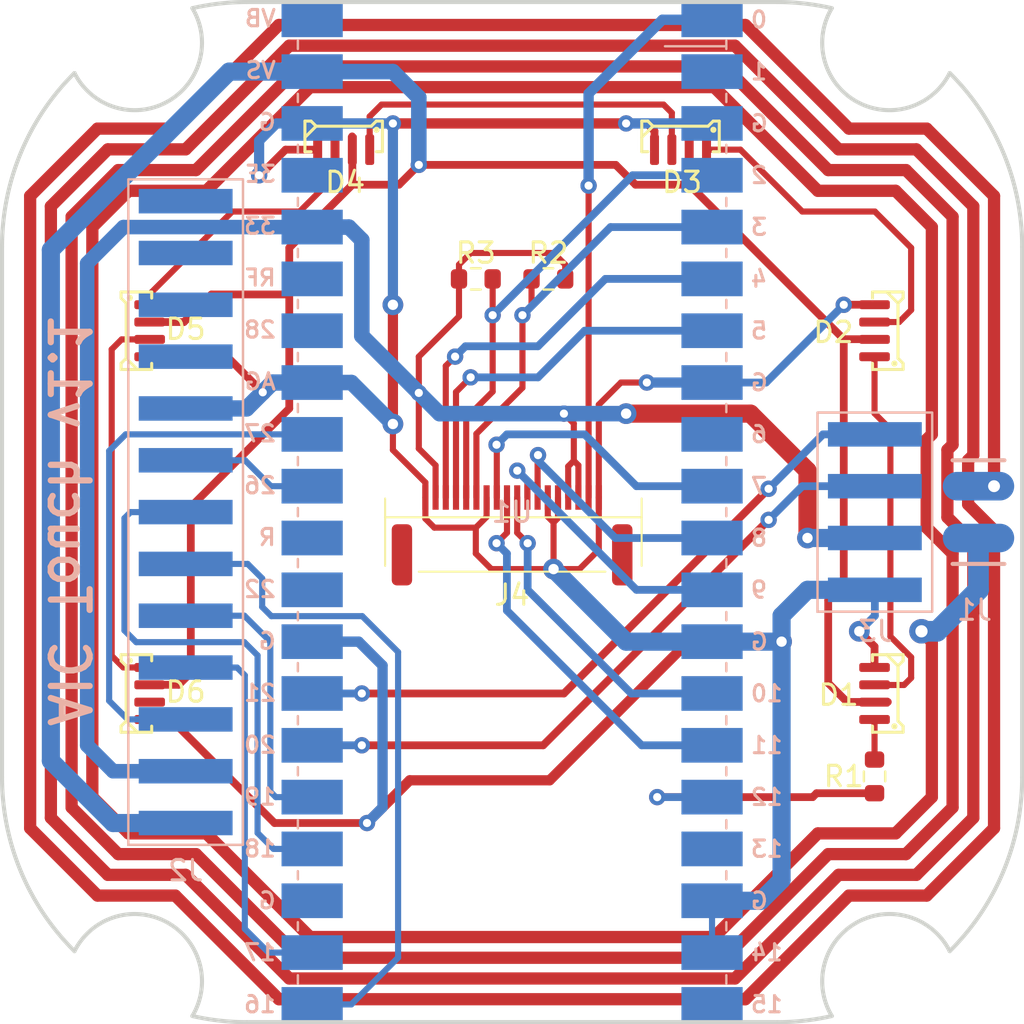
<source format=kicad_pcb>
(kicad_pcb (version 20221018) (generator pcbnew)
  (title_block (title "AIC Pico with PN5180"))
  (layers (0 "F.Cu" signal) (31 "B.Cu" signal) (34 "B.Paste" user) (35 "F.Paste" user) (36 "B.SilkS" user "B.Silkscreen") (37 "F.SilkS" user "F.Silkscreen") (38 "B.Mask" user) (39 "F.Mask" user) (44 "Edge.Cuts" user))
  (net 0 "")
  (net 1 "+5V")
  (net 2 "GND")
  (net 3 "+3V3")
  (net 4 "Net-(D1-In)")
  (net 5 "Net-(D1-Out)")
  (net 6 "Net-(D2-Out)")
  (net 7 "/RGB")
  (net 8 "Net-(D5-Out)")
  (net 10 "/LEDK")
  (net 11 "/D{slash}C")
  (net 12 "/CS")
  (net 13 "/SCK")
  (net 14 "/SDA")
  (net 15 "/RST")
  (net 16 "/TP_SCL")
  (net 17 "/TP_SDA")
  (net 18 "/TP_RST")
  (net 20 "/TP_INT")
  (net 22 "Net-(J3-SDA)")
  (net 23 "Net-(J3-SCL)")
  (net 28 "/ANT")
  (net 29 "Net-(J2-RST)")
  (net 30 "Net-(J2-NSS)")
  (net 31 "Net-(J2-MOSI)")
  (net 32 "Net-(J2-MISO)")
  (net 33 "Net-(J2-SCK)")
  (net 34 "Net-(J2-BUSY)")
  (net 39 "unconnected-(U1-GPIO6-Pad9)")
  (net 44 "Net-(D3-Out)")
  (net 45 "Net-(D4-Out)")
  (footprint "aic_pico:WS2812B-4020" (layer "F.Cu") (at 127.065 94.985)
    (fp_text reference "D4")
    (fp_text value "WS2812B_Unified")
  )
  (footprint "aic_pico:WS2812B-4020" (layer "F.Cu") (at 116.905 104.51 90)
    (fp_text reference "D5")
    (fp_text value "WS2812B_Unified")
  )
  (footprint "Resistor_SMD:R_0603_1608Metric" (layer "F.Cu") (at 137.098 101.97)
    (fp_text reference "R2")
    (fp_text value "2K")
  )
  (footprint "aic_pico:WS2812B-4020" (layer "F.Cu") (at 143.575 94.985)
    (fp_text reference "D3")
    (fp_text value "WS2812B_Unified")
  )
  (footprint "aic_pico:WS2812B-4020" (layer "F.Cu") (at 153.735 122.29 -90)
    (fp_text reference "D1")
    (fp_text value "WS2812B_Unified")
  )
  (footprint "Resistor_SMD:R_0603_1608Metric" (layer "F.Cu") (at 153.085 126.354 -90)
    (fp_text reference "R1")
    (fp_text value "10" hide)
  )
  (footprint "Resistor_SMD:R_0603_1608Metric" (layer "F.Cu") (at 133.542 101.97 180)
    (fp_text reference "R3")
    (fp_text value "2K")
  )
  (footprint "aic_pico:FPC-0.5-1.0H-18P" (layer "F.Cu") (at 135.32 114.035)
    (fp_text reference "J4")
    (fp_text value "Display" hide)
  )
  (footprint "aic_pico:WS2812B-4020" (layer "F.Cu") (at 116.905 122.29 90)
    (fp_text reference "D6")
    (fp_text value "WS2812B_Unified")
  )
  (footprint "aic_pico:WS2812B-4020" (layer "F.Cu") (at 153.735 104.51 -90)
    (fp_text reference "D2")
    (fp_text value "WS2812B_Unified")
  )
  (footprint "aic_pico:ANT_2P" (layer "B.Cu") (at 158.18 113.4)
    (fp_text reference "J1")
    (fp_text value "Antenna" hide)
  )
  (footprint "aic_pico:RPi_Pico_SMD_No_USB" (layer "B.Cu") (at 135.32 113.4 180)
    (fp_text reference "U1")
    (fp_text value "Pico")
  )
  (footprint "aic_pico:pn5180_conn" (layer "B.Cu") (at 119.32 113.4)
    (fp_text reference "J2")
    (fp_text value "PN5180" hide)
  )
  (footprint "aic_pico:pn532_conn" (layer "B.Cu") (at 153.1 113.4)
    (fp_text reference "J3")
    (fp_text value "PN532" hide)
  )
  (gr_line (start 148.32 138.399999) (end 122.32 138.399999) (stroke (width 0.2)) (layer "Edge.Cuts"))
  (gr_line (start 160.32 126.399999) (end 160.32 100.399999) (stroke (width 0.2)) (layer "Edge.Cuts"))
  (gr_arc (start 119.649044 88.701025) (mid 118.410332 93.29151) (end 113.870189 91.879395) (stroke (width 0.2)) (layer "Edge.Cuts"))
  (gr_arc (start 150.990956 138.098973) (mid 152.229668 133.508486) (end 156.769811 134.920603) (stroke (width 0.2)) (layer "Edge.Cuts"))
  (gr_arc (start 110.32 100.399999) (mid 111.243048 95.784684) (end 113.870189 91.879395) (stroke (width 0.2)) (layer "Edge.Cuts"))
  (gr_arc (start 113.870189 134.920603) (mid 111.243048 131.015314) (end 110.32 126.399999) (stroke (width 0.2)) (layer "Edge.Cuts"))
  (gr_arc (start 122.32 138.399999) (mid 120.976067 138.324505) (end 119.649044 138.098973) (stroke (width 0.2)) (layer "Edge.Cuts"))
  (gr_arc (start 156.769811 91.879395) (mid 159.396952 95.784684) (end 160.32 100.399999) (stroke (width 0.2)) (layer "Edge.Cuts"))
  (gr_arc (start 160.32 126.399999) (mid 159.396952 131.015314) (end 156.769811 134.920603) (stroke (width 0.2)) (layer "Edge.Cuts"))
  (gr_arc (start 156.769811 91.879395) (mid 152.229668 93.291511) (end 150.990956 88.701025) (stroke (width 0.2)) (layer "Edge.Cuts"))
  (gr_arc (start 150.990956 138.098973) (mid 149.663933 138.324505) (end 148.32 138.399999) (stroke (width 0.2)) (layer "Edge.Cuts"))
  (gr_arc (start 113.870189 134.920603) (mid 118.410332 133.508487) (end 119.649044 138.098973) (stroke (width 0.2)) (layer "Edge.Cuts"))
  (gr_line (start 148.32 88.399999) (end 122.32 88.399999) (stroke (width 0.2)) (layer "Edge.Cuts"))
  (gr_line (start 110.32 126.399999) (end 110.32 100.399999) (stroke (width 0.2)) (layer "Edge.Cuts"))
  (gr_arc (start 148.32 88.399999) (mid 149.663933 88.475493) (end 150.990956 88.701025) (stroke (width 0.2)) (layer "Edge.Cuts"))
  (gr_arc (start 119.649044 88.701025) (mid 120.976067 88.475493) (end 122.32 88.399999) (stroke (width 0.2)) (layer "Edge.Cuts"))
  (gr_text "AIC Touch v1.1" (at 112.46 124.068 270) (layer "B.SilkS") (effects (font (size 1.905 1.778) (thickness 0.3048) bold) (justify left bottom mirror)))
  (segment (start 127.48 94.985) (end 127.48 95.784228) (width 0.381) (layer "F.Cu") (net 1))
  (segment (start 150.814 121.782) (end 151.737 122.705) (width 0.381) (layer "F.Cu") (net 1))
  (segment (start 124.398 108.32) (end 119.572 113.146) (width 0.381) (layer "F.Cu") (net 1))
  (segment (start 151.737 122.705) (end 153.735 122.705) (width 0.381) (layer "F.Cu") (net 1))
  (segment (start 127.49 97.354) (end 124.398 100.446) (width 0.381) (layer "F.Cu") (net 1))
  (segment (start 151.576 104.925) (end 153.075 104.925) (width 0.381) (layer "F.Cu") (net 1))
  (segment (start 144.005 97.354) (end 151.576 104.925) (width 0.381) (layer "F.Cu") (net 1))
  (segment (start 144 97.354) (end 141.372 97.354) (width 0.381) (layer "F.Cu") (net 1))
  (segment (start 117.555 104.085) (end 119.235 104.085) (width 0.381) (layer "F.Cu") (net 1))
  (segment (start 127.49 95.635) (end 127.49 97.354) (width 0.381) (layer "F.Cu") (net 1))
  (segment (start 140.4 96.382) (end 130.748 96.382) (width 0.381) (layer "F.Cu") (net 1))
  (segment (start 119.572 113.146) (end 119.572 121.274) (width 0.381) (layer "F.Cu") (net 1))
  (segment (start 129.776 97.354) (end 130.748 96.382) (width 0.381) (layer "F.Cu") (net 1))
  (segment (start 153.075 104.925) (end 153.085 104.935) (width 0.381) (layer "F.Cu") (net 1))
  (segment (start 150.814 117.718) (end 150.814 121.782) (width 0.381) (layer "F.Cu") (net 1))
  (segment (start 151.576 116.956) (end 150.814 117.718) (width 0.381) (layer "F.Cu") (net 1))
  (segment (start 118.981 121.865) (end 117.555 121.865) (width 0.381) (layer "F.Cu") (net 1))
  (segment (start 141.372 97.354) (end 140.4 96.382) (width 0.381) (layer "F.Cu") (net 1))
  (segment (start 119.235 104.085) (end 120.588 102.732) (width 0.381) (layer "F.Cu") (net 1))
  (segment (start 144 95.635) (end 144 97.354) (width 0.381) (layer "F.Cu") (net 1))
  (segment (start 124.398 102.732) (end 124.398 108.32) (width 0.381) (layer "F.Cu") (net 1))
  (segment (start 127.49 97.354) (end 129.776 97.354) (width 0.381) (layer "F.Cu") (net 1))
  (segment (start 151.576 104.925) (end 151.576 116.956) (width 0.381) (layer "F.Cu") (net 1))
  (segment (start 124.398 100.446) (end 124.398 102.732) (width 0.381) (layer "F.Cu") (net 1))
  (segment (start 120.588 102.732) (end 124.398 102.732) (width 0.381) (layer "F.Cu") (net 1))
  (segment (start 119.572 121.274) (end 118.981 121.865) (width 0.381) (layer "F.Cu") (net 1))
  (via (at 130.748 96.382) (size 0.8) (drill 0.4) (layers "F.Cu" "B.Cu") (net 1))
  (segment (start 130.748 96.382) (end 130.748 93.08) (width 0.762) (layer "B.Cu") (net 1))
  (segment (start 115.762 128.64) (end 120.08 128.64) (width 0.889) (layer "B.Cu") (net 1))
  (segment (start 112.714 100.549791) (end 112.714 125.592) (width 0.889) (layer "B.Cu") (net 1))
  (segment (start 129.478 91.81) (end 125.52 91.81) (width 0.762) (layer "B.Cu") (net 1))
  (segment (start 121.453791 91.81) (end 112.714 100.549791) (width 0.889) (layer "B.Cu") (net 1))
  (segment (start 125.52 91.81) (end 121.453791 91.81) (width 0.889) (layer "B.Cu") (net 1))
  (segment (start 112.714 125.592) (end 115.762 128.64) (width 0.889) (layer "B.Cu") (net 1))
  (segment (start 130.748 93.08) (end 129.478 91.81) (width 0.762) (layer "B.Cu") (net 1))
  (segment (start 131.07 112.685) (end 131.07 113.722) (width 0.3) (layer "F.Cu") (net 2))
  (segment (start 129.478 110.356) (end 129.478 109.082) (width 0.3) (layer "F.Cu") (net 2))
  (segment (start 140.908 94.35) (end 129.478 94.35) (width 0.508) (layer "F.Cu") (net 2))
  (segment (start 137.07 112.685) (end 137.07 113.626) (width 0.3) (layer "F.Cu") (net 2))
  (segment (start 121.35 105.78) (end 123.098 107.528) (width 0.381) (layer "F.Cu") (net 2))
  (segment (start 134.304 116.194) (end 137.352 116.194) (width 0.3) (layer "F.Cu") (net 2))
  (segment (start 117.555 105.785) (end 117.56 105.78) (width 0.381) (layer "F.Cu") (net 2))
  (segment (start 137.57 113.69) (end 137.352 113.908) (width 0.3) (layer "F.Cu") (net 2))
  (segment (start 137.07 113.626) (end 137.352 113.908) (width 0.3) (layer "F.Cu") (net 2))
  (segment (start 117.56 105.78) (end 121.35 105.78) (width 0.381) (layer "F.Cu") (net 2))
  (segment (start 128.208 128.64) (end 123.677 128.64) (width 0.381) (layer "F.Cu") (net 2))
  (segment (start 151.576 103.24) (end 151.581 103.235) (width 0.381) (layer "F.Cu") (net 2))
  (segment (start 143.956 119.75) (end 137.161 126.545) (width 0.5) (layer "F.Cu") (net 2))
  (segment (start 152.338 119.242) (end 153.085 119.989) (width 0.381) (layer "F.Cu") (net 2))
  (segment (start 133.542 115.432) (end 134.304 116.194) (width 0.3) (layer "F.Cu") (net 2))
  (segment (start 131.07 112.685) (end 131.07 111.948) (width 0.3) (layer "F.Cu") (net 2))
  (segment (start 141.924 94.35) (end 142.3 94.726) (width 0.381) (layer "F.Cu") (net 2))
  (segment (start 151.581 103.235) (end 153.085 103.235) (width 0.381) (layer "F.Cu") (net 2))
  (segment (start 139.57 112.685) (end 139.57 108.134) (width 0.3) (layer "F.Cu") (net 2))
  (segment (start 118.602 123.565) (end 117.555 123.565) (width 0.381) (layer "F.Cu") (net 2))
  (segment (start 130.303 126.545) (end 128.208 128.64) (width 0.5) (layer "F.Cu") (net 2))
  (segment (start 139.57 108.134) (end 140.654 107.05) (width 0.3) (layer "F.Cu") (net 2))
  (segment (start 142.3 94.726) (end 142.3 95.635) (width 0.381) (layer "F.Cu") (net 2))
  (segment (start 139.57 112.685) (end 139.57 115.246) (width 0.3) (layer "F.Cu") (net 2))
  (segment (start 153.085 119.989) (end 153.085 121.015) (width 0.381) (layer "F.Cu") (net 2))
  (segment (start 122.963 96.89) (end 124.218 95.635) (width 0.381) (layer "F.Cu") (net 2))
  (segment (start 122.92 96.89) (end 122.963 96.89) (width 0.381) (layer "F.Cu") (net 2))
  (segment (start 137.352 113.908) (end 137.352 116.194) (width 0.3) (layer "F.Cu") (net 2))
  (segment (start 129.478 109.082) (end 129.478 103.24) (width 0.5) (layer "F.Cu") (net 2))
  (segment (start 131.07 113.722) (end 131.51 114.162) (width 0.3) (layer "F.Cu") (net 2))
  (segment (start 123.677 128.64) (end 118.602 123.565) (width 0.381) (layer "F.Cu") (net 2))
  (segment (start 137.161 126.545) (end 130.303 126.545) (width 0.5) (layer "F.Cu") (net 2))
  (segment (start 134.07 113.634) (end 134.07 112.685) (width 0.3) (layer "F.Cu") (net 2))
  (segment (start 133.542 114.162) (end 134.07 113.634) (width 0.3) (layer "F.Cu") (net 2))
  (segment (start 148.528 119.75) (end 143.956 119.75) (width 0.5) (layer "F.Cu") (net 2))
  (segment (start 138.622 116.194) (end 137.352 116.194) (width 0.3) (layer "F.Cu") (net 2))
  (segment (start 131.51 114.162) (end 133.542 114.162) (width 0.3) (layer "F.Cu") (net 2))
  (segment (start 137.57 112.685) (end 137.57 113.69) (width 0.3) (layer "F.Cu") (net 2))
  (segment (start 140.908 94.35) (end 141.924 94.35) (width 0.381) (layer "F.Cu") (net 2))
  (segment (start 139.57 115.246) (end 138.622 116.194) (width 0.3) (layer "F.Cu") (net 2))
  (segment (start 133.542 114.162) (end 133.542 115.432) (width 0.3) (layer "F.Cu") (net 2))
  (segment (start 140.654 107.05) (end 141.924 107.05) (width 0.3) (layer "F.Cu") (net 2))
  (segment (start 131.07 111.948) (end 129.478 110.356) (width 0.3) (layer "F.Cu") (net 2))
  (segment (start 124.218 95.635) (end 125.79 95.635) (width 0.381) (layer "F.Cu") (net 2))
  (via (at 137.352 116.194) (size 1.016) (drill 0.508) (layers "F.Cu" "B.Cu") (net 2))
  (via (at 129.478 109.082) (size 1.016) (drill 0.508) (layers "F.Cu" "B.Cu") (net 2))
  (via (at 140.908 94.35) (size 0.8) (drill 0.4) (layers "F.Cu" "B.Cu") (net 2))
  (via (at 122.92 96.89) (size 0.8) (drill 0.4) (layers "F.Cu" "B.Cu") (net 2))
  (via (at 141.924 107.05) (size 0.8) (drill 0.4) (layers "F.Cu" "B.Cu") (net 2))
  (via (at 128.208 128.64) (size 0.8) (drill 0.4) (layers "F.Cu" "B.Cu") (net 2))
  (via (at 129.478 94.35) (size 0.8) (drill 0.4) (layers "F.Cu" "B.Cu") (net 2))
  (via (at 151.576 103.24) (size 0.8) (drill 0.4) (layers "F.Cu" "B.Cu") (net 2))
  (via (at 123.098 107.528) (size 0.8) (drill 0.4) (layers "F.Cu" "B.Cu") (net 2))
  (via (at 152.338 119.242) (size 1.016) (drill 0.508) (layers "F.Cu" "B.Cu") (net 2))
  (via (at 129.478 103.24) (size 1.016) (drill 0.508) (layers "F.Cu" "B.Cu") (net 2))
  (via (at 148.528 119.75) (size 1.016) (drill 0.508) (layers "F.Cu" "B.Cu") (net 2))
  (segment (start 147.512 132.45) (end 145.12 132.45) (width 0.889) (layer "B.Cu") (net 2))
  (segment (start 140.908 94.35) (end 145.12 94.35) (width 0.508) (layer "B.Cu") (net 2))
  (segment (start 148.528 119.75) (end 148.528 118.48) (width 0.889) (layer "B.Cu") (net 2))
  (segment (start 147.766 107.05) (end 145.12 107.05) (width 0.381) (layer "B.Cu") (net 2))
  (segment (start 151.576 103.24) (end 147.766 107.05) (width 0.381) (layer "B.Cu") (net 2))
  (segment (start 153.1 118.48) (end 153.1 117.21) (width 0.381) (layer "B.Cu") (net 2))
  (segment (start 148.528 131.434) (end 147.512 132.45) (width 0.889) (layer "B.Cu") (net 2))
  (segment (start 128.97 127.878) (end 128.97 120.9185) (width 0.508) (layer "B.Cu") (net 2))
  (segment (start 145.12 107.05) (end 141.924 107.05) (width 0.5) (layer "B.Cu") (net 2))
  (segment (start 145.12 119.75) (end 148.528 119.75) (width 0.889) (layer "B.Cu") (net 2))
  (segment (start 148.528 119.75) (end 148.528 131.434) (width 0.889) (layer "B.Cu") (net 2))
  (segment (start 122.92 96.89) (end 122.92 95.2) (width 0.5) (layer "B.Cu") (net 2))
  (segment (start 137.352 116.194) (end 140.908 119.75) (width 0.889) (layer "B.Cu") (net 2))
  (segment (start 128.208 128.64) (end 128.97 127.878) (width 0.508) (layer "B.Cu") (net 2))
  (segment (start 129.478 103.24) (end 129.478 94.35) (width 0.5) (layer "B.Cu") (net 2))
  (segment (start 140.908 119.75) (end 145.12 119.75) (width 0.889) (layer "B.Cu") (net 2))
  (segment (start 129.478 94.35) (end 125.52 94.35) (width 0.508) (layer "B.Cu") (net 2))
  (segment (start 149.798 117.21) (end 153.1 117.21) (width 0.889) (layer "B.Cu") (net 2))
  (segment (start 128.97 120.9185) (end 127.8015 119.75) (width 0.508) (layer "B.Cu") (net 2))
  (segment (start 145.12 134.99) (end 145.12 132.45) (width 0.3) (layer "B.Cu") (net 2))
  (segment (start 123.576 107.05) (end 125.52 107.05) (width 0.8) (layer "B.Cu") (net 2))
  (segment (start 127.446 107.05) (end 125.52 107.05) (width 0.762) (layer "B.Cu") (net 2))
  (segment (start 123.77 94.35) (end 125.52 94.35) (width 0.5) (layer "B.Cu") (net 2))
  (segment (start 129.478 109.082) (end 127.446 107.05) (width 0.762) (layer "B.Cu") (net 2))
  (segment (start 127.8015 119.75) (end 125.52 119.75) (width 0.508) (layer "B.Cu") (net 2))
  (segment (start 122.306 108.32) (end 123.576 107.05) (width 0.8) (layer "B.Cu") (net 2))
  (segment (start 148.528 118.48) (end 149.798 117.21) (width 0.889) (layer "B.Cu") (net 2))
  (segment (start 152.338 119.242) (end 153.1 118.48) (width 0.381) (layer "B.Cu") (net 2))
  (segment (start 119.32 108.32) (end 122.306 108.32) (width 0.8) (layer "B.Cu") (net 2))
  (segment (start 122.92 95.2) (end 123.77 94.35) (width 0.5) (layer "B.Cu") (net 2))
  (segment (start 138.57 111.107) (end 138.3455 110.8825) (width 0.3) (layer "F.Cu") (net 3))
  (segment (start 138.3455 110.8825) (end 138.3455 109.0595) (width 0.3) (layer "F.Cu") (net 3))
  (segment (start 138.3455 109.0595) (end 137.86 108.574) (width 0.3) (layer "F.Cu") (net 3))
  (segment (start 131.57 111.109746) (end 130.748 110.287746) (width 0.3) (layer "F.Cu") (net 3))
  (segment (start 131.57 112.685) (end 131.57 111.109746) (width 0.3) (layer "F.Cu") (net 3))
  (segment (start 130.748 110.287746) (end 130.748 107.558) (width 0.3) (layer "F.Cu") (net 3))
  (segment (start 132.717 103.811) (end 130.748 105.78) (width 0.3) (layer "F.Cu") (net 3))
  (segment (start 133.288 100.7) (end 137.352 100.7) (width 0.3) (layer "F.Cu") (net 3))
  (segment (start 138.07 111.158) (end 138.3455 110.8825) (width 0.3) (layer "F.Cu") (net 3))
  (segment (start 149.798 111.368) (end 149.798 114.67) (width 0.889) (layer "F.Cu") (net 3))
  (segment (start 137.352 100.7) (end 137.923 101.271) (width 0.3) (layer "F.Cu") (net 3))
  (segment (start 130.748 105.78) (end 130.748 107.558) (width 0.3) (layer "F.Cu") (net 3))
  (segment (start 138.57 112.685) (end 138.57 111.107) (width 0.3) (layer "F.Cu") (net 3))
  (segment (start 137.923 101.271) (end 137.923 101.97) (width 0.3) (layer "F.Cu") (net 3))
  (segment (start 140.908 108.574) (end 147.004 108.574) (width 0.889) (layer "F.Cu") (net 3))
  (segment (start 132.717 101.271) (end 133.288 100.7) (width 0.3) (layer "F.Cu") (net 3))
  (segment (start 132.717 101.97) (end 132.717 101.271) (width 0.3) (layer "F.Cu") (net 3))
  (segment (start 132.717 103.811) (end 132.717 101.97) (width 0.3) (layer "F.Cu") (net 3))
  (segment (start 138.07 112.685) (end 138.07 111.158) (width 0.3) (layer "F.Cu") (net 3))
  (segment (start 147.004 108.574) (end 149.798 111.368) (width 0.889) (layer "F.Cu") (net 3))
  (via (at 137.86 108.574) (size 0.8) (drill 0.4) (layers "F.Cu" "B.Cu") (net 3))
  (via (at 140.908 108.574) (size 1.016) (drill 0.508) (layers "F.Cu" "B.Cu") (net 3))
  (via (at 149.798 114.67) (size 1.016) (drill 0.508) (layers "F.Cu" "B.Cu") (net 3))
  (via (at 130.748 107.558) (size 0.8) (drill 0.4) (layers "F.Cu" "B.Cu") (net 3))
  (segment (start 125.52 99.43) (end 116.27 99.43) (width 0.7112) (layer "B.Cu") (net 3))
  (segment (start 130.748 107.558) (end 131.764 108.574) (width 0.762) (layer "B.Cu") (net 3))
  (segment (start 114.492 124.83) (end 115.762 126.1) (width 0.7112) (layer "B.Cu") (net 3))
  (segment (start 127.319 99.43) (end 125.52 99.43) (width 0.762) (layer "B.Cu") (net 3))
  (segment (start 131.764 108.574) (end 140.908 108.574) (width 0.762) (layer "B.Cu") (net 3))
  (segment (start 114.492 101.208) (end 114.492 124.83) (width 0.7112) (layer "B.Cu") (net 3))
  (segment (start 116.27 99.43) (end 114.492 101.208) (width 0.7112) (layer "B.Cu") (net 3))
  (segment (start 115.762 126.1) (end 120.08 126.1) (width 0.7112) (layer "B.Cu") (net 3))
  (segment (start 130.748 107.558) (end 127.954 104.764) (width 0.762) (layer "B.Cu") (net 3))
  (segment (start 127.954 100.065) (end 127.319 99.43) (width 0.762) (layer "B.Cu") (net 3))
  (segment (start 127.954 104.764) (end 127.954 100.065) (width 0.762) (layer "B.Cu") (net 3))
  (segment (start 149.798 114.67) (end 153.1 114.67) (width 0.889) (layer "B.Cu") (net 3))
  (segment (start 153.085 125.529) (end 153.085 123.565) (width 0.3) (layer "F.Cu") (net 4))
  (segment (start 153.862 119.496) (end 153.862 109.336) (width 0.3) (layer "F.Cu") (net 5))
  (segment (start 154.878 121.528) (end 154.878 120.512) (width 0.3) (layer "F.Cu") (net 5))
  (segment (start 153.862 109.336) (end 153.085 108.559) (width 0.3) (layer "F.Cu") (net 5))
  (segment (start 153.085 108.559) (end 153.085 105.785) (width 0.3) (layer "F.Cu") (net 5))
  (segment (start 154.878 120.512) (end 153.862 119.496) (width 0.3) (layer "F.Cu") (net 5))
  (segment (start 153.735 121.875) (end 154.531 121.875) (width 0.3) (layer "F.Cu") (net 5))
  (segment (start 154.531 121.875) (end 154.878 121.528) (width 0.3) (layer "F.Cu") (net 5))
  (segment (start 154.878 100.446) (end 154.878 103.494) (width 0.3) (layer "F.Cu") (net 6))
  (segment (start 144.85 95.635) (end 146.511 95.635) (width 0.3) (layer "F.Cu") (net 6))
  (segment (start 153.1 98.668) (end 154.878 100.446) (width 0.3) (layer "F.Cu") (net 6))
  (segment (start 154.287 104.085) (end 153.085 104.085) (width 0.3) (layer "F.Cu") (net 6))
  (segment (start 146.511 95.635) (end 149.544 98.668) (width 0.3) (layer "F.Cu") (net 6))
  (segment (start 154.878 103.494) (end 154.287 104.085) (width 0.3) (layer "F.Cu") (net 6))
  (segment (start 149.544 98.668) (end 153.1 98.668) (width 0.3) (layer "F.Cu") (net 6))
  (segment (start 142.432 127.37) (end 150.052 127.37) (width 0.381) (layer "F.Cu") (net 7))
  (segment (start 150.243 127.179) (end 153.085 127.179) (width 0.381) (layer "F.Cu") (net 7))
  (segment (start 150.052 127.37) (end 150.243 127.179) (width 0.381) (layer "F.Cu") (net 7))
  (via (at 142.432 127.37) (size 0.8) (drill 0.4) (layers "F.Cu" "B.Cu") (net 7))
  (segment (start 142.432 127.37) (end 145.12 127.37) (width 0.381) (layer "B.Cu") (net 7))
  (segment (start 115.695 120.445) (end 115.695 105.422) (width 0.3) (layer "F.Cu") (net 8))
  (segment (start 115.695 105.422) (end 116.182 104.935) (width 0.3) (layer "F.Cu") (net 8))
  (segment (start 116.265 121.015) (end 115.695 120.445) (width 0.3) (layer "F.Cu") (net 8))
  (segment (start 117.555 121.015) (end 116.265 121.015) (width 0.3) (layer "F.Cu") (net 8))
  (segment (start 116.182 104.935) (end 117.555 104.935) (width 0.3) (layer "F.Cu") (net 8))
  (segment (start 139.07 97.398) (end 139.07 112.685) (width 0.3) (layer "F.Cu") (net 10))
  (via (at 139.07 97.398) (size 0.8) (drill 0.4) (layers "F.Cu" "B.Cu") (net 10))
  (segment (start 139.07 92.886) (end 142.686 89.27) (width 0.508) (layer "B.Cu") (net 10))
  (segment (start 142.686 89.27) (end 145.12 89.27) (width 0.508) (layer "B.Cu") (net 10))
  (segment (start 139.07 97.398) (end 139.07 92.886) (width 0.508) (layer "B.Cu") (net 10))
  (segment (start 136.57 110.626) (end 136.57 112.685) (width 0.3) (layer "F.Cu") (net 11))
  (segment (start 136.59 110.606) (end 136.57 110.626) (width 0.3) (layer "F.Cu") (net 11))
  (via (at 136.59 110.606) (size 0.8) (drill 0.4) (layers "F.Cu" "B.Cu") (net 11))
  (segment (start 140.38 114.67) (end 145.12 114.67) (width 0.381) (layer "B.Cu") (net 11))
  (segment (start 136.59 110.606) (end 136.59 110.88) (width 0.381) (layer "B.Cu") (net 11))
  (segment (start 136.59 110.88) (end 140.38 114.67) (width 0.381) (layer "B.Cu") (net 11))
  (segment (start 136.07 112.685) (end 136.07 111.864) (width 0.3) (layer "F.Cu") (net 12))
  (segment (start 136.07 111.864) (end 135.574 111.368) (width 0.3) (layer "F.Cu") (net 12))
  (via (at 135.574 111.368) (size 0.8) (drill 0.4) (layers "F.Cu" "B.Cu") (net 12))
  (segment (start 141.416 117.21) (end 145.12 117.21) (width 0.381) (layer "B.Cu") (net 12))
  (segment (start 135.574 111.368) (end 141.416 117.21) (width 0.381) (layer "B.Cu") (net 12))
  (segment (start 136.082 114.924) (end 135.57 114.412) (width 0.3) (layer "F.Cu") (net 13))
  (segment (start 135.57 114.412) (end 135.57 112.685) (width 0.3) (layer "F.Cu") (net 13))
  (via (at 136.082 114.924) (size 0.8) (drill 0.4) (layers "F.Cu" "B.Cu") (net 13))
  (segment (start 136.082 117.21) (end 141.162 122.29) (width 0.381) (layer "B.Cu") (net 13))
  (segment (start 141.162 122.29) (end 145.12 122.29) (width 0.381) (layer "B.Cu") (net 13))
  (segment (start 136.082 114.924) (end 136.082 117.21) (width 0.381) (layer "B.Cu") (net 13))
  (segment (start 135.07 114.412) (end 135.07 112.685) (width 0.3) (layer "F.Cu") (net 14))
  (segment (start 134.558 114.924) (end 135.07 114.412) (width 0.3) (layer "F.Cu") (net 14))
  (via (at 134.558 114.924) (size 0.8) (drill 0.4) (layers "F.Cu" "B.Cu") (net 14))
  (segment (start 135.066 118.226) (end 141.67 124.83) (width 0.381) (layer "B.Cu") (net 14))
  (segment (start 141.67 124.83) (end 145.12 124.83) (width 0.381) (layer "B.Cu") (net 14))
  (segment (start 134.558 114.924) (end 135.066 115.432) (width 0.381) (layer "B.Cu") (net 14))
  (segment (start 135.066 115.432) (end 135.066 118.226) (width 0.381) (layer "B.Cu") (net 14))
  (segment (start 134.57 110.11) (end 134.57 112.685) (width 0.3) (layer "F.Cu") (net 15))
  (segment (start 134.558 110.098) (end 134.57 110.11) (width 0.3) (layer "F.Cu") (net 15))
  (via (at 134.558 110.098) (size 0.8) (drill 0.4) (layers "F.Cu" "B.Cu") (net 15))
  (segment (start 135.066 109.59) (end 138.876 109.59) (width 0.381) (layer "B.Cu") (net 15))
  (segment (start 134.558 110.098) (end 135.066 109.59) (width 0.381) (layer "B.Cu") (net 15))
  (segment (start 138.876 109.59) (end 141.416 112.13) (width 0.381) (layer "B.Cu") (net 15))
  (segment (start 141.416 112.13) (end 145.12 112.13) (width 0.381) (layer "B.Cu") (net 15))
  (segment (start 135.828 103.748) (end 136.273 103.303) (width 0.3) (layer "F.Cu") (net 16))
  (segment (start 135.828 107.304) (end 133.57 109.562) (width 0.3) (layer "F.Cu") (net 16))
  (segment (start 135.828 103.748) (end 135.828 107.304) (width 0.3) (layer "F.Cu") (net 16))
  (segment (start 133.57 109.562) (end 133.57 112.685) (width 0.3) (layer "F.Cu") (net 16))
  (segment (start 136.273 103.303) (end 136.273 101.97) (width 0.3) (layer "F.Cu") (net 16))
  (via (at 135.828 103.748) (size 0.8) (drill 0.4) (layers "F.Cu" "B.Cu") (net 16))
  (segment (start 135.828 103.748) (end 140.146 99.43) (width 0.381) (layer "B.Cu") (net 16))
  (segment (start 140.146 99.43) (end 145.12 99.43) (width 0.381) (layer "B.Cu") (net 16))
  (segment (start 134.367 103.748) (end 134.367 107.495) (width 0.3) (layer "F.Cu") (net 17))
  (segment (start 134.367 107.495) (end 133.07 108.792) (width 0.3) (layer "F.Cu") (net 17))
  (segment (start 133.07 108.792) (end 133.07 112.685) (width 0.3) (layer "F.Cu") (net 17))
  (segment (start 134.367 103.748) (end 134.367 101.97) (width 0.3) (layer "F.Cu") (net 17))
  (via (at 134.367 103.748) (size 0.8) (drill 0.4) (layers "F.Cu" "B.Cu") (net 17))
  (segment (start 141.225 96.89) (end 145.12 96.89) (width 0.381) (layer "B.Cu") (net 17))
  (segment (start 134.367 103.748) (end 141.225 96.89) (width 0.381) (layer "B.Cu") (net 17))
  (segment (start 133.288 106.796) (end 132.57 107.514) (width 0.3) (layer "F.Cu") (net 18))
  (segment (start 132.57 107.514) (end 132.57 112.685) (width 0.3) (layer "F.Cu") (net 18))
  (via (at 133.288 106.796) (size 0.8) (drill 0.4) (layers "F.Cu" "B.Cu") (net 18))
  (segment (start 133.288 106.796) (end 136.59 106.796) (width 0.381) (layer "B.Cu") (net 18))
  (segment (start 136.59 106.796) (end 138.876 104.51) (width 0.381) (layer "B.Cu") (net 18))
  (segment (start 138.876 104.51) (end 145.12 104.51) (width 0.381) (layer "B.Cu") (net 18))
  (segment (start 132.07 106.236) (end 132.07 112.685) (width 0.3) (layer "F.Cu") (net 20))
  (segment (start 132.526 105.78) (end 132.07 106.236) (width 0.3) (layer "F.Cu") (net 20))
  (via (at 132.526 105.78) (size 0.8) (drill 0.4) (layers "F.Cu" "B.Cu") (net 20))
  (segment (start 133.034 105.272) (end 136.59 105.272) (width 0.381) (layer "B.Cu") (net 20))
  (segment (start 132.526 105.78) (end 133.034 105.272) (width 0.381) (layer "B.Cu") (net 20))
  (segment (start 139.892 101.97) (end 145.12 101.97) (width 0.381) (layer "B.Cu") (net 20))
  (segment (start 136.59 105.272) (end 139.892 101.97) (width 0.381) (layer "B.Cu") (net 20))
  (segment (start 136.844 124.83) (end 127.954 124.83) (width 0.381) (layer "F.Cu") (net 22))
  (segment (start 147.893 113.781) (end 136.844 124.83) (width 0.381) (layer "F.Cu") (net 22))
  (via (at 147.893 113.781) (size 0.8) (drill 0.4) (layers "F.Cu" "B.Cu") (net 22))
  (via (at 127.954 124.83) (size 0.8) (drill 0.4) (layers "F.Cu" "B.Cu") (net 22))
  (segment (start 149.544 112.13) (end 153.1 112.13) (width 0.381) (layer "B.Cu") (net 22))
  (segment (start 125.52 124.83) (end 127.954 124.83) (width 0.381) (layer "B.Cu") (net 22))
  (segment (start 147.893 113.781) (end 149.544 112.13) (width 0.381) (layer "B.Cu") (net 22))
  (segment (start 147.893 112.257) (end 137.86 122.29) (width 0.381) (layer "F.Cu") (net 23))
  (segment (start 137.86 122.29) (end 127.954 122.29) (width 0.381) (layer "F.Cu") (net 23))
  (via (at 127.954 122.29) (size 0.8) (drill 0.4) (layers "F.Cu" "B.Cu") (net 23))
  (via (at 147.893 112.257) (size 0.8) (drill 0.4) (layers "F.Cu" "B.Cu") (net 23))
  (segment (start 125.52 122.29) (end 127.954 122.29) (width 0.381) (layer "B.Cu") (net 23))
  (segment (start 150.56 109.59) (end 153.1 109.59) (width 0.381) (layer "B.Cu") (net 23))
  (segment (start 147.893 112.257) (end 150.56 109.59) (width 0.381) (layer "B.Cu") (net 23))
  (segment locked (start 150.306 97.652) (end 154.116 97.652) (width 0.6) (layer "F.Cu") (net 28))
  (segment locked (start 154.116 129.148) (end 150.306 129.148) (width 0.6) (layer "F.Cu") (net 28))
  (segment locked (start 155.894 109.59) (end 155.64 109.844) (width 0.6) (layer "F.Cu") (net 28))
  (segment locked (start 113.73 127.878) (end 113.73 98.922) (width 0.6) (layer "F.Cu") (net 28))
  (segment locked (start 155.64 94.604) (end 158.942 97.906) (width 0.6) (layer "F.Cu") (net 28))
  (segment locked (start 157.926 110.606) (end 157.672 110.86) (width 0.6) (layer "F.Cu") (net 28))
  (segment locked (start 116.016 96.636) (end 119.826 96.636) (width 0.6) (layer "F.Cu") (net 28))
  (segment locked (start 145.226 134.228) (end 125.414 134.228) (width 0.6) (layer "F.Cu") (net 28))
  (segment locked (start 157.672 110.86) (end 157.672 113.019) (width 0.6) (layer "F.Cu") (net 28))
  (segment locked (start 156.656 110.352) (end 156.656 113.654) (width 0.6) (layer "F.Cu") (net 28))
  (segment locked (start 158.942 114.289) (end 158.942 128.894) (width 0.6) (layer "F.Cu") (net 28))
  (segment locked (start 114.746 99.43) (end 116.524 97.652) (width 0.6) (layer "F.Cu") (net 28))
  (segment locked (start 151.83 132.196) (end 146.75 137.276) (width 0.6) (layer "F.Cu") (net 28))
  (segment locked (start 155.894 99.43) (end 155.894 109.59) (width 0.6) (layer "F.Cu") (net 28))
  (segment locked (start 112.714 98.414) (end 115.508 95.62) (width 0.6) (layer "F.Cu") (net 28))
  (segment locked (start 119.318 131.18) (end 115.508 131.18) (width 0.6) (layer "F.Cu") (net 28))
  (segment locked (start 118.81 94.604) (end 123.89 89.524) (width 0.6) (layer "F.Cu") (net 28))
  (segment locked (start 157.926 114.924) (end 157.926 128.386) (width 0.6) (layer "F.Cu") (net 28))
  (segment locked (start 156.91 127.878) (end 154.624 130.164) (width 0.6) (layer "F.Cu") (net 28))
  (segment locked (start 151.83 94.604) (end 155.64 94.604) (width 0.6) (layer "F.Cu") (net 28))
  (segment locked (start 119.318 95.62) (end 124.398 90.54) (width 0.6) (layer "F.Cu") (net 28))
  (segment locked (start 145.226 92.572) (end 150.306 97.652) (width 0.6) (layer "F.Cu") (net 28))
  (segment locked (start 146.242 136.26) (end 124.398 136.26) (width 0.6) (layer "F.Cu") (net 28))
  (segment locked (start 124.906 91.556) (end 145.734 91.556) (width 0.6) (layer "F.Cu") (net 28))
  (segment locked (start 114.746 127.37) (end 114.746 99.43) (width 0.6) (layer "F.Cu") (net 28))
  (segment locked (start 112.714 128.386) (end 112.714 98.414) (width 0.6) (layer "F.Cu") (net 28))
  (segment locked (start 154.624 130.164) (end 150.814 130.164) (width 0.6) (layer "F.Cu") (net 28))
  (segment locked (start 150.814 96.636) (end 154.624 96.636) (width 0.6) (layer "F.Cu") (net 28))
  (segment locked (start 155.64 114.162) (end 156.91 115.432) (width 0.6) (layer "F.Cu") (net 28))
  (segment locked (start 155.64 109.844) (end 155.64 114.162) (width 0.6) (layer "F.Cu") (net 28))
  (segment locked (start 123.89 89.524) (end 146.75 89.524) (width 0.6) (layer "F.Cu") (net 28))
  (segment locked (start 116.524 97.652) (end 120.334 97.652) (width 0.6) (layer "F.Cu") (net 28))
  (segment locked (start 125.414 92.572) (end 145.226 92.572) (width 0.6) (layer "F.Cu") (net 28))
  (segment locked (start 155.132 95.62) (end 157.926 98.414) (width 0.6) (layer "F.Cu") (net 28))
  (segment locked (start 158.942 128.894) (end 155.64 132.196) (width 0.6) (layer "F.Cu") (net 28))
  (segment (start 155.894 119.75) (end 155.894 127.37) (width 0.6) (layer "F.Cu") (net 28))
  (segment locked (start 156.656 113.654) (end 157.926 114.924) (width 0.6) (layer "F.Cu") (net 28))
  (segment locked (start 150.814 130.164) (end 145.734 135.244) (width 0.6) (layer "F.Cu") (net 28))
  (segment locked (start 146.75 89.524) (end 151.83 94.604) (width 0.6) (layer "F.Cu") (net 28))
  (segment locked (start 111.698 128.894) (end 111.698 97.906) (width 0.6) (layer "F.Cu") (net 28))
  (segment locked (start 156.91 115.432) (end 156.91 127.878) (width 0.6) (layer "F.Cu") (net 28))
  (segment locked (start 120.334 97.652) (end 125.414 92.572) (width 0.6) (layer "F.Cu") (net 28))
  (segment locked (start 157.926 98.414) (end 157.926 110.606) (width 0.6) (layer "F.Cu") (net 28))
  (segment locked (start 155.64 132.196) (end 151.83 132.196) (width 0.6) (layer "F.Cu") (net 28))
  (segment locked (start 156.91 110.098) (end 156.656 110.352) (width 0.6) (layer "F.Cu") (net 28))
  (segment locked (start 154.116 97.652) (end 155.894 99.43) (width 0.6) (layer "F.Cu") (net 28))
  (segment locked (start 115 132.196) (end 111.698 128.894) (width 0.6) (layer "F.Cu") (net 28))
  (segment locked (start 120.334 129.148) (end 116.524 129.148) (width 0.6) (layer "F.Cu") (net 28))
  (segment locked (start 119.826 96.636) (end 124.906 91.556) (width 0.6) (layer "F.Cu") (net 28))
  (segment (start 155.386 119.242) (end 155.894 119.75) (width 0.6) (layer "F.Cu") (net 28))
  (segment locked (start 151.322 95.62) (end 155.132 95.62) (width 0.6) (layer "F.Cu") (net 28))
  (segment locked (start 116.524 129.148) (end 114.746 127.37) (width 0.6) (layer "F.Cu") (net 28))
  (segment locked (start 151.322 131.18) (end 146.242 136.26) (width 0.6) (layer "F.Cu") (net 28))
  (segment locked (start 124.398 90.54) (end 146.242 90.54) (width 0.6) (layer "F.Cu") (net 28))
  (segment locked (start 116.016 130.164) (end 113.73 127.878) (width 0.6) (layer "F.Cu") (net 28))
  (segment locked (start 146.242 90.54) (end 151.322 95.62) (width 0.6) (layer "F.Cu") (net 28))
  (segment locked (start 154.624 96.636) (end 156.91 98.922) (width 0.6) (layer "F.Cu") (net 28))
  (segment locked (start 125.414 134.228) (end 120.334 129.148) (width 0.6) (layer "F.Cu") (net 28))
  (segment locked (start 119.826 130.164) (end 116.016 130.164) (width 0.6) (layer "F.Cu") (net 28))
  (segment locked (start 150.306 129.148) (end 145.226 134.228) (width 0.6) (layer "F.Cu") (net 28))
  (segment locked (start 118.81 132.196) (end 115 132.196) (width 0.6) (layer "F.Cu") (net 28))
  (segment locked (start 157.672 113.019) (end 158.942 114.289) (width 0.6) (layer "F.Cu") (net 28))
  (segment locked (start 145.734 91.556) (end 150.814 96.636) (width 0.6) (layer "F.Cu") (net 28))
  (segment locked (start 113.73 98.922) (end 116.016 96.636) (width 0.6) (layer "F.Cu") (net 28))
  (segment locked (start 115 94.604) (end 118.81 94.604) (width 0.6) (layer "F.Cu") (net 28))
  (segment locked (start 115.508 131.18) (end 112.714 128.386) (width 0.6) (layer "F.Cu") (net 28))
  (segment locked (start 158.942 97.906) (end 158.942 112.13) (width 0.6) (layer "F.Cu") (net 28))
  (segment locked (start 124.398 136.26) (end 119.318 131.18) (width 0.6) (layer "F.Cu") (net 28))
  (segment locked (start 156.91 98.922) (end 156.91 110.098) (width 0.6) (layer "F.Cu") (net 28))
  (segment locked (start 155.894 127.37) (end 154.116 129.148) (width 0.6) (layer "F.Cu") (net 28))
  (segment locked (start 157.926 128.386) (end 155.132 131.18) (width 0.6) (layer "F.Cu") (net 28))
  (segment locked (start 146.75 137.276) (end 123.89 137.276) (width 0.6) (layer "F.Cu") (net 28))
  (segment locked (start 145.734 135.244) (end 124.906 135.244) (width 0.6) (layer "F.Cu") (net 28))
  (segment locked (start 111.698 97.906) (end 115 94.604) (width 0.6) (layer "F.Cu") (net 28))
  (segment locked (start 124.906 135.244) (end 119.826 130.164) (width 0.6) (layer "F.Cu") (net 28))
  (segment locked (start 115.508 95.62) (end 119.318 95.62) (width 0.6) (layer "F.Cu") (net 28))
  (segment locked (start 123.89 137.276) (end 118.81 132.196) (width 0.6) (layer "F.Cu") (net 28))
  (segment locked (start 155.132 131.18) (end 151.322 131.18) (width 0.6) (layer "F.Cu") (net 28))
  (via (at 155.386 119.242) (size 1.2) (drill 0.6) (layers "F.Cu" "B.Cu") (net 28))
  (via (at 158.942 112.13) (size 1.143) (drill 0.5842) (layers "F.Cu" "B.Cu") (net 28))
  (segment (start 158.18 117.21) (end 158.18 114.67) (width 1.016) (layer "B.Cu") (net 28))
  (segment (start 155.386 119.242) (end 156.148 119.242) (width 1.016) (layer "B.Cu") (net 28))
  (segment (start 156.148 119.242) (end 158.18 117.21) (width 1.016) (layer "B.Cu") (net 28))
  (segment (start 125.52 109.59) (end 116.38 109.59) (width 0.3) (layer "B.Cu") (net 29))
  (segment (start 116.48 123.56) (end 119.32 123.56) (width 0.3) (layer "B.Cu") (net 29))
  (segment (start 116.38 109.59) (end 115.57 110.4) (width 0.3) (layer "B.Cu") (net 29))
  (segment (start 115.57 110.4) (end 115.57 122.65) (width 0.3) (layer "B.Cu") (net 29))
  (segment (start 115.57 122.65) (end 116.48 123.56) (width 0.3) (layer "B.Cu") (net 29))
  (segment (start 122.22 133.828) (end 123.382 134.99) (width 0.3) (layer "B.Cu") (net 30))
  (segment (start 121.84 121.02) (end 122.22 121.4) (width 0.3) (layer "B.Cu") (net 30))
  (segment (start 123.382 134.99) (end 125.52 134.99) (width 0.3) (layer "B.Cu") (net 30))
  (segment (start 122.22 121.4) (end 122.22 133.828) (width 0.3) (layer "B.Cu") (net 30))
  (segment (start 119.32 121.02) (end 121.84 121.02) (width 0.3) (layer "B.Cu") (net 30))
  (segment (start 123.47 119.75) (end 123.47 127.1) (width 0.3) (layer "B.Cu") (net 31))
  (segment (start 123.74 127.37) (end 125.52 127.37) (width 0.3) (layer "B.Cu") (net 31))
  (segment (start 122.2 118.48) (end 123.47 119.75) (width 0.3) (layer "B.Cu") (net 31))
  (segment (start 119.32 118.48) (end 122.2 118.48) (width 0.3) (layer "B.Cu") (net 31))
  (segment (start 123.47 127.1) (end 123.74 127.37) (width 0.3) (layer "B.Cu") (net 31))
  (segment (start 129.732 120.258) (end 127.974 118.5) (width 0.3) (layer "B.Cu") (net 32))
  (segment (start 123.07 116.65) (end 122.36 115.94) (width 0.3) (layer "B.Cu") (net 32))
  (segment (start 122.36 115.94) (end 119.32 115.94) (width 0.3) (layer "B.Cu") (net 32))
  (segment (start 129.732 135.238) (end 129.732 120.258) (width 0.3) (layer "B.Cu") (net 32))
  (segment (start 123.07 118.05) (end 123.07 116.65) (width 0.3) (layer "B.Cu") (net 32))
  (segment (start 125.52 137.53) (end 127.44 137.53) (width 0.3) (layer "B.Cu") (net 32))
  (segment (start 127.974 118.5) (end 123.52 118.5) (width 0.3) (layer "B.Cu") (net 32))
  (segment (start 127.44 137.53) (end 129.732 135.238) (width 0.3) (layer "B.Cu") (net 32))
  (segment (start 123.52 118.5) (end 123.07 118.05) (width 0.3) (layer "B.Cu") (net 32))
  (segment (start 122.845 129.125) (end 122.845 120.425) (width 0.3) (layer "B.Cu") (net 33))
  (segment (start 123.63 129.91) (end 122.845 129.125) (width 0.3) (layer "B.Cu") (net 33))
  (segment (start 116.32 119.2) (end 116.32 113.7) (width 0.3) (layer "B.Cu") (net 33))
  (segment (start 116.32 113.7) (end 116.62 113.4) (width 0.3) (layer "B.Cu") (net 33))
  (segment (start 122.845 120.425) (end 122.195 119.775) (width 0.3) (layer "B.Cu") (net 33))
  (segment (start 122.195 119.775) (end 116.895 119.775) (width 0.3) (layer "B.Cu") (net 33))
  (segment (start 116.895 119.775) (end 116.32 119.2) (width 0.3) (layer "B.Cu") (net 33))
  (segment (start 125.52 129.91) (end 123.63 129.91) (width 0.3) (layer "B.Cu") (net 33))
  (segment (start 116.62 113.4) (end 119.32 113.4) (width 0.3) (layer "B.Cu") (net 33))
  (segment (start 123.5 112.13) (end 125.52 112.13) (width 0.3) (layer "B.Cu") (net 34))
  (segment (start 122.23 110.86) (end 123.5 112.13) (width 0.3) (layer "B.Cu") (net 34))
  (segment (start 119.32 110.86) (end 122.23 110.86) (width 0.3) (layer "B.Cu") (net 34))
  (segment (start 145.111 109.581) (end 145.12 109.59) (width 0.381) (layer "B.Cu") (net 39))
  (segment (start 143.15 93.832) (end 142.743476 93.425476) (width 0.3) (layer "F.Cu") (net 44))
  (segment (start 143.15 95.635) (end 143.15 93.832) (width 0.3) (layer "F.Cu") (net 44))
  (segment (start 128.921771 93.425476) (end 128.34 94.007247) (width 0.3) (layer "F.Cu") (net 44))
  (segment (start 128.34 94.007247) (end 128.34 95.635) (width 0.3) (layer "F.Cu") (net 44))
  (segment (start 142.743476 93.425476) (end 128.921771 93.425476) (width 0.3) (layer "F.Cu") (net 44))
  (segment (start 121.604 98.668) (end 124.906 98.668) (width 0.3) (layer "F.Cu") (net 45))
  (segment (start 126.64 96.934) (end 126.64 95.635) (width 0.3) (layer "F.Cu") (net 45))
  (segment (start 117.555 102.717) (end 121.604 98.668) (width 0.3) (layer "F.Cu") (net 45))
  (segment (start 117.555 103.235) (end 117.555 102.717) (width 0.3) (layer "F.Cu") (net 45))
  (segment (start 124.906 98.668) (end 126.64 96.934) (width 0.3) (layer "F.Cu") (net 45))
)
</source>
